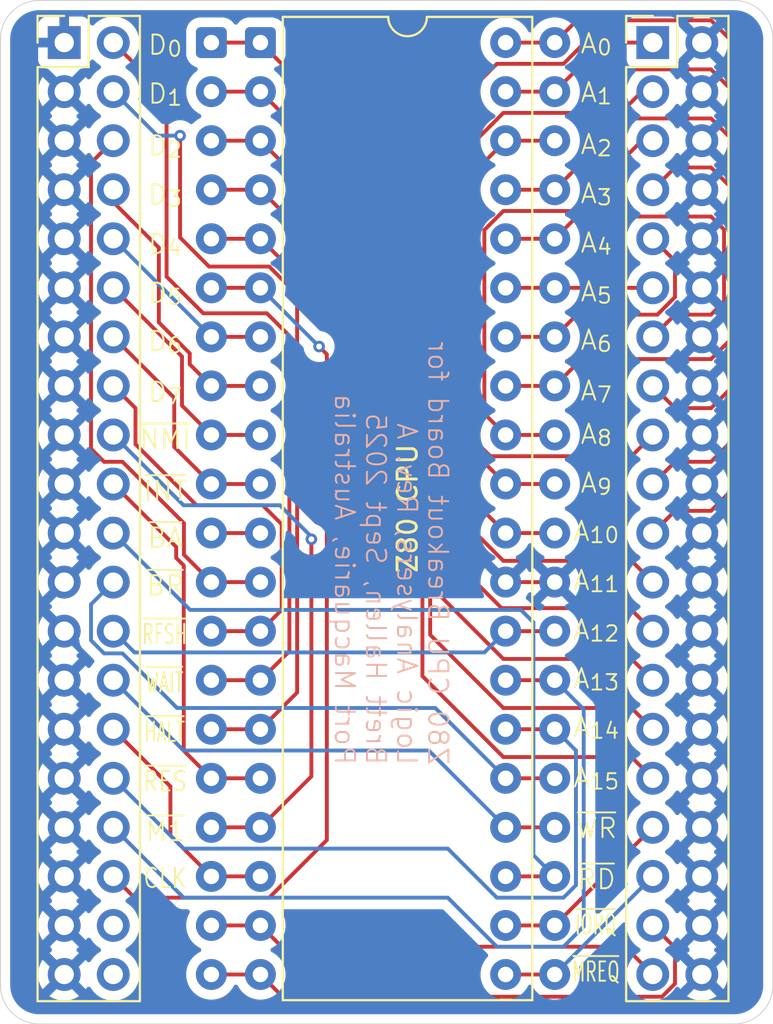
<source format=kicad_pcb>
(kicad_pcb (version 20241229) (generator "pcbnew") (generator_version "9.0")
  (title_block (title "Z80 CPU Breakout Board for Logic Analysers") (date "26/SEPT/2025") (rev "A") (company "Brett Hallen") (comment 1 "www.youtube.com/@Brfff"))
  (layers (0 "F.Cu" signal) (2 "B.Cu" signal) (13 "F.Paste" user) (15 "B.Paste" user) (5 "F.SilkS" user "F.Silkscreen") (7 "B.SilkS" user "B.Silkscreen") (1 "F.Mask" user) (3 "B.Mask" user) (25 "Edge.Cuts" user))
  (net 0 "")
  (net 1 "~{IORQ}")
  (net 2 "GND")
  (net 3 "~{WR}")
  (net 4 "A_{5}")
  (net 5 "A_{9}")
  (net 6 "A_{1}")
  (net 7 "A_{4}")
  (net 8 "~{RD}")
  (net 9 "A_{13}")
  (net 10 "A_{0}")
  (net 11 "A_{15}")
  (net 12 "A_{2}")
  (net 13 "A_{6}")
  (net 14 "A_{12}")
  (net 15 "A_{11}")
  (net 16 "A_{3}")
  (net 17 "A_{8}")
  (net 18 "A_{14}")
  (net 19 "~{MREQ}")
  (net 20 "A_{7}")
  (net 21 "A_{10}")
  (net 22 "D_{5}")
  (net 23 "~{BUSACK}")
  (net 24 "D_{0}")
  (net 25 "D_{3}")
  (net 26 "~{BUSREQ}")
  (net 27 "D_{6}")
  (net 28 "D_{2}")
  (net 29 "~{RESET}")
  (net 30 "D_{4}")
  (net 31 "V_{CC}")
  (net 32 "~{INT}")
  (net 33 "~{WAIT}")
  (net 34 "~{M1}")
  (net 35 "CLK")
  (net 36 "D_{7}")
  (net 37 "~{HALT}")
  (net 38 "~{NMI}")
  (net 39 "~{RFSH}")
  (net 40 "D_{1}")
  (footprint "Package_DIP:DIP-40_W15.24mm" (layer "F.Cu") (at 74.559 37.68195)
    (property "Reference" "U1" (hide yes))
    (property "Value" "Z80 CPU" (at 7.62 24.125 90) (layer "F.SilkS"))
    (fp_line (start 1.16 -1.33) (end 1.16 49.59) (stroke (width 0.12)) (layer "F.SilkS"))
    (fp_line (start 1.16 49.59) (end 14.08 49.59) (stroke (width 0.12)) (layer "F.SilkS"))
    (fp_line (start 6.62 -1.33) (end 1.16 -1.33) (stroke (width 0.12)) (layer "F.SilkS"))
    (fp_line (start 14.08 -1.33) (end 8.62 -1.33) (stroke (width 0.12)) (layer "F.SilkS"))
    (fp_line (start 14.08 49.59) (end 14.08 -1.33) (stroke (width 0.12)) (layer "F.SilkS"))
    (fp_arc (start 8.62 -1.33) (mid 7.62 -0.33) (end 6.62 -1.33) (stroke (width 0.12)) (layer "F.SilkS"))
    (pad "1" thru_hole roundrect (at 0 0) (size 1.6 1.6) (drill 0.8) (layers "*.Cu" "*.Mask") (roundrect_rratio 0.15625) (net 15 "A_{11}"))
    (pad "2" thru_hole circle (at 0 2.54) (size 1.6 1.6) (drill 0.8) (layers "*.Cu" "*.Mask") (net 14 "A_{12}"))
    (pad "3" thru_hole circle (at 0 5.08) (size 1.6 1.6) (drill 0.8) (layers "*.Cu" "*.Mask") (net 9 "A_{13}"))
    (pad "4" thru_hole circle (at 0 7.62) (size 1.6 1.6) (drill 0.8) (layers "*.Cu" "*.Mask") (net 18 "A_{14}"))
    (pad "5" thru_hole circle (at 0 10.16) (size 1.6 1.6) (drill 0.8) (layers "*.Cu" "*.Mask") (net 11 "A_{15}"))
    (pad "6" thru_hole circle (at 0 12.7) (size 1.6 1.6) (drill 0.8) (layers "*.Cu" "*.Mask") (net 35 "CLK"))
    (pad "7" thru_hole circle (at 0 15.24) (size 1.6 1.6) (drill 0.8) (layers "*.Cu" "*.Mask") (net 30 "D_{4}"))
    (pad "8" thru_hole circle (at 0 17.78) (size 1.6 1.6) (drill 0.8) (layers "*.Cu" "*.Mask") (net 25 "D_{3}"))
    (pad "9" thru_hole circle (at 0 20.32) (size 1.6 1.6) (drill 0.8) (layers "*.Cu" "*.Mask") (net 22 "D_{5}"))
    (pad "10" thru_hole circle (at 0 22.86) (size 1.6 1.6) (drill 0.8) (layers "*.Cu" "*.Mask") (net 27 "D_{6}"))
    (pad "11" thru_hole circle (at 0 25.4) (size 1.6 1.6) (drill 0.8) (layers "*.Cu" "*.Mask") (net 31 "V_{CC}"))
    (pad "12" thru_hole circle (at 0 27.94) (size 1.6 1.6) (drill 0.8) (layers "*.Cu" "*.Mask") (net 28 "D_{2}"))
    (pad "13" thru_hole circle (at 0 30.48) (size 1.6 1.6) (drill 0.8) (layers "*.Cu" "*.Mask") (net 36 "D_{7}"))
    (pad "14" thru_hole circle (at 0 33.02) (size 1.6 1.6) (drill 0.8) (layers "*.Cu" "*.Mask") (net 24 "D_{0}"))
    (pad "15" thru_hole circle (at 0 35.56) (size 1.6 1.6) (drill 0.8) (layers "*.Cu" "*.Mask") (net 40 "D_{1}"))
    (pad "16" thru_hole circle (at 0 38.1) (size 1.6 1.6) (drill 0.8) (layers "*.Cu" "*.Mask") (net 32 "~{INT}"))
    (pad "17" thru_hole circle (at 0 40.64) (size 1.6 1.6) (drill 0.8) (layers "*.Cu" "*.Mask") (net 38 "~{NMI}"))
    (pad "18" thru_hole circle (at 0 43.18) (size 1.6 1.6) (drill 0.8) (layers "*.Cu" "*.Mask") (net 37 "~{HALT}"))
    (pad "19" thru_hole circle (at 0 45.72) (size 1.6 1.6) (drill 0.8) (layers "*.Cu" "*.Mask") (net 19 "~{MREQ}"))
    (pad "20" thru_hole circle (at 0 48.26) (size 1.6 1.6) (drill 0.8) (layers "*.Cu" "*.Mask") (net 1 "~{IORQ}"))
    (pad "21" thru_hole circle (at 15.24 48.26) (size 1.6 1.6) (drill 0.8) (layers "*.Cu" "*.Mask") (net 8 "~{RD}"))
    (pad "22" thru_hole circle (at 15.24 45.72) (size 1.6 1.6) (drill 0.8) (layers "*.Cu" "*.Mask") (net 3 "~{WR}"))
    (pad "23" thru_hole circle (at 15.24 43.18) (size 1.6 1.6) (drill 0.8) (layers "*.Cu" "*.Mask") (net 23 "~{BUSACK}"))
    (pad "24" thru_hole circle (at 15.24 40.64) (size 1.6 1.6) (drill 0.8) (layers "*.Cu" "*.Mask") (net 33 "~{WAIT}"))
    (pad "25" thru_hole circle (at 15.24 38.1) (size 1.6 1.6) (drill 0.8) (layers "*.Cu" "*.Mask") (net 26 "~{BUSREQ}"))
    (pad "26" thru_hole circle (at 15.24 35.56) (size 1.6 1.6) (drill 0.8) (layers "*.Cu" "*.Mask") (net 29 "~{RESET}"))
    (pad "27" thru_hole circle (at 15.24 33.02) (size 1.6 1.6) (drill 0.8) (layers "*.Cu" "*.Mask") (net 34 "~{M1}"))
    (pad "28" thru_hole circle (at 15.24 30.48) (size 1.6 1.6) (drill 0.8) (layers "*.Cu" "*.Mask") (net 39 "~{RFSH}"))
    (pad "29" thru_hole circle (at 15.24 27.94) (size 1.6 1.6) (drill 0.8) (layers "*.Cu" "*.Mask") (net 2 "GND"))
    (pad "30" thru_hole circle (at 15.24 25.4) (size 1.6 1.6) (drill 0.8) (layers "*.Cu" "*.Mask") (net 10 "A_{0}"))
    (pad "31" thru_hole circle (at 15.24 22.86) (size 1.6 1.6) (drill 0.8) (layers "*.Cu" "*.Mask") (net 6 "A_{1}"))
    (pad "32" thru_hole circle (at 15.24 20.32) (size 1.6 1.6) (drill 0.8) (layers "*.Cu" "*.Mask") (net 12 "A_{2}"))
    (pad "33" thru_hole circle (at 15.24 17.78) (size 1.6 1.6) (drill 0.8) (layers "*.Cu" "*.Mask") (net 16 "A_{3}"))
    (pad "34" thru_hole circle (at 15.24 15.24) (size 1.6 1.6) (drill 0.8) (layers "*.Cu" "*.Mask") (net 7 "A_{4}"))
    (pad "35" thru_hole circle (at 15.24 12.7) (size 1.6 1.6) (drill 0.8) (layers "*.Cu" "*.Mask") (net 4 "A_{5}"))
    (pad "36" thru_hole circle (at 15.24 10.16) (size 1.6 1.6) (drill 0.8) (layers "*.Cu" "*.Mask") (net 13 "A_{6}"))
    (pad "37" thru_hole circle (at 15.24 7.62) (size 1.6 1.6) (drill 0.8) (layers "*.Cu" "*.Mask") (net 20 "A_{7}"))
    (pad "38" thru_hole circle (at 15.24 5.08) (size 1.6 1.6) (drill 0.8) (layers "*.Cu" "*.Mask") (net 17 "A_{8}"))
    (pad "39" thru_hole circle (at 15.24 2.54) (size 1.6 1.6) (drill 0.8) (layers "*.Cu" "*.Mask") (net 5 "A_{9}"))
    (pad "40" thru_hole circle (at 15.24 0) (size 1.6 1.6) (drill 0.8) (layers "*.Cu" "*.Mask") (net 21 "A_{10}"))
  )
  (footprint "Package_DIP:DIP-40_W15.24mm" (layer "F.Cu") (at 72.019 37.68195)
    (property "Reference" "J2" (hide yes))
    (property "Value" "Z80 Socket" (hide yes))
    (pad "1" thru_hole roundrect (at 0 0) (size 1.6 1.6) (drill 0.8) (layers "*.Cu" "*.Mask") (roundrect_rratio 0.15625) (net 15 "A_{11}"))
    (pad "2" thru_hole circle (at 0 2.54) (size 1.6 1.6) (drill 0.8) (layers "*.Cu" "*.Mask") (net 14 "A_{12}"))
    (pad "3" thru_hole circle (at 0 5.08) (size 1.6 1.6) (drill 0.8) (layers "*.Cu" "*.Mask") (net 9 "A_{13}"))
    (pad "4" thru_hole circle (at 0 7.62) (size 1.6 1.6) (drill 0.8) (layers "*.Cu" "*.Mask") (net 18 "A_{14}"))
    (pad "5" thru_hole circle (at 0 10.16) (size 1.6 1.6) (drill 0.8) (layers "*.Cu" "*.Mask") (net 11 "A_{15}"))
    (pad "6" thru_hole circle (at 0 12.7) (size 1.6 1.6) (drill 0.8) (layers "*.Cu" "*.Mask") (net 35 "CLK"))
    (pad "7" thru_hole circle (at 0 15.24) (size 1.6 1.6) (drill 0.8) (layers "*.Cu" "*.Mask") (net 30 "D_{4}"))
    (pad "8" thru_hole circle (at 0 17.78) (size 1.6 1.6) (drill 0.8) (layers "*.Cu" "*.Mask") (net 25 "D_{3}"))
    (pad "9" thru_hole circle (at 0 20.32) (size 1.6 1.6) (drill 0.8) (layers "*.Cu" "*.Mask") (net 22 "D_{5}"))
    (pad "10" thru_hole circle (at 0 22.86) (size 1.6 1.6) (drill 0.8) (layers "*.Cu" "*.Mask") (net 27 "D_{6}"))
    (pad "11" thru_hole circle (at 0 25.4) (size 1.6 1.6) (drill 0.8) (layers "*.Cu" "*.Mask") (net 31 "V_{CC}"))
    (pad "12" thru_hole circle (at 0 27.94) (size 1.6 1.6) (drill 0.8) (layers "*.Cu" "*.Mask") (net 28 "D_{2}"))
    (pad "13" thru_hole circle (at 0 30.48) (size 1.6 1.6) (drill 0.8) (layers "*.Cu" "*.Mask") (net 36 "D_{7}"))
    (pad "14" thru_hole circle (at 0 33.02) (size 1.6 1.6) (drill 0.8) (layers "*.Cu" "*.Mask") (net 24 "D_{0}"))
    (pad "15" thru_hole circle (at 0 35.56) (size 1.6 1.6) (drill 0.8) (layers "*.Cu" "*.Mask") (net 40 "D_{1}"))
    (pad "16" thru_hole circle (at 0 38.1) (size 1.6 1.6) (drill 0.8) (layers "*.Cu" "*.Mask") (net 32 "~{INT}"))
    (pad "17" thru_hole circle (at 0 40.64) (size 1.6 1.6) (drill 0.8) (layers "*.Cu" "*.Mask") (net 38 "~{NMI}"))
    (pad "18" thru_hole circle (at 0 43.18) (size 1.6 1.6) (drill 0.8) (layers "*.Cu" "*.Mask") (net 37 "~{HALT}"))
    (pad "19" thru_hole circle (at 0 45.72) (size 1.6 1.6) (drill 0.8) (layers "*.Cu" "*.Mask") (net 19 "~{MREQ}"))
    (pad "20" thru_hole circle (at 0 48.26) (size 1.6 1.6) (drill 0.8) (layers "*.Cu" "*.Mask") (net 1 "~{IORQ}"))
    (pad "21" thru_hole circle (at 15.24 48.26) (size 1.6 1.6) (drill 0.8) (layers "*.Cu" "*.Mask") (net 8 "~{RD}"))
    (pad "22" thru_hole circle (at 15.24 45.72) (size 1.6 1.6) (drill 0.8) (layers "*.Cu" "*.Mask") (net 3 "~{WR}"))
    (pad "23" thru_hole circle (at 15.24 43.18) (size 1.6 1.6) (drill 0.8) (layers "*.Cu" "*.Mask") (net 23 "~{BUSACK}"))
    (pad "24" thru_hole circle (at 15.24 40.64) (size 1.6 1.6) (drill 0.8) (layers "*.Cu" "*.Mask") (net 33 "~{WAIT}"))
    (pad "25" thru_hole circle (at 15.24 38.1) (size 1.6 1.6) (drill 0.8) (layers "*.Cu" "*.Mask") (net 26 "~{BUSREQ}"))
    (pad "26" thru_hole circle (at 15.24 35.56) (size 1.6 1.6) (drill 0.8) (layers "*.Cu" "*.Mask") (net 29 "~{RESET}"))
    (pad "27" thru_hole circle (at 15.24 33.02) (size 1.6 1.6) (drill 0.8) (layers "*.Cu" "*.Mask") (net 34 "~{M1}"))
    (pad "28" thru_hole circle (at 15.24 30.48) (size 1.6 1.6) (drill 0.8) (layers "*.Cu" "*.Mask") (net 39 "~{RFSH}"))
    (pad "29" thru_hole circle (at 15.24 27.94) (size 1.6 1.6) (drill 0.8) (layers "*.Cu" "*.Mask") (net 2 "GND"))
    (pad "30" thru_hole circle (at 15.24 25.4) (size 1.6 1.6) (drill 0.8) (layers "*.Cu" "*.Mask") (net 10 "A_{0}"))
    (pad "31" thru_hole circle (at 15.24 22.86) (size 1.6 1.6) (drill 0.8) (layers "*.Cu" "*.Mask") (net 6 "A_{1}"))
    (pad "32" thru_hole circle (at 15.24 20.32) (size 1.6 1.6) (drill 0.8) (layers "*.Cu" "*.Mask") (net 12 "A_{2}"))
    (pad "33" thru_hole circle (at 15.24 17.78) (size 1.6 1.6) (drill 0.8) (layers "*.Cu" "*.Mask") (net 16 "A_{3}"))
    (pad "34" thru_hole circle (at 15.24 15.24) (size 1.6 1.6) (drill 0.8) (layers "*.Cu" "*.Mask") (net 7 "A_{4}"))
    (pad "35" thru_hole circle (at 15.24 12.7) (size 1.6 1.6) (drill 0.8) (layers "*.Cu" "*.Mask") (net 4 "A_{5}"))
    (pad "36" thru_hole circle (at 15.24 10.16) (size 1.6 1.6) (drill 0.8) (layers "*.Cu" "*.Mask") (net 13 "A_{6}"))
    (pad "37" thru_hole circle (at 15.24 7.62) (size 1.6 1.6) (drill 0.8) (layers "*.Cu" "*.Mask") (net 20 "A_{7}"))
    (pad "38" thru_hole circle (at 15.24 5.08) (size 1.6 1.6) (drill 0.8) (layers "*.Cu" "*.Mask") (net 17 "A_{8}"))
    (pad "39" thru_hole circle (at 15.24 2.54) (size 1.6 1.6) (drill 0.8) (layers "*.Cu" "*.Mask") (net 5 "A_{9}"))
    (pad "40" thru_hole circle (at 15.24 0) (size 1.6 1.6) (drill 0.8) (layers "*.Cu" "*.Mask") (net 21 "A_{10}"))
  )
  (footprint "Connector_PinHeader_2.54mm:PinHeader_2x20_P2.54mm_Vertical" (layer "F.Cu") (at 64.399 37.68195)
    (property "Reference" "J3" (hide yes))
    (property "Value" "Logic Analyser #2" (hide yes))
    (fp_line (start -1.38 -1.38) (end 0 -1.38) (stroke (width 0.12)) (layer "F.SilkS"))
    (fp_line (start -1.38 0) (end -1.38 -1.38) (stroke (width 0.12)) (layer "F.SilkS"))
    (fp_line (start -1.38 1.27) (end -1.38 49.64) (stroke (width 0.12)) (layer "F.SilkS"))
    (fp_line (start -1.38 1.27) (end 1.27 1.27) (stroke (width 0.12)) (layer "F.SilkS"))
    (fp_line (start -1.38 49.64) (end 3.92 49.64) (stroke (width 0.12)) (layer "F.SilkS"))
    (fp_line (start 1.27 -1.38) (end 3.92 -1.38) (stroke (width 0.12)) (layer "F.SilkS"))
    (fp_line (start 1.27 1.27) (end 1.27 -1.38) (stroke (width 0.12)) (layer "F.SilkS"))
    (fp_line (start 3.92 -1.38) (end 3.92 49.64) (stroke (width 0.12)) (layer "F.SilkS"))
    (pad "1" thru_hole rect (at 0 0) (size 1.7 1.7) (drill 1) (layers "*.Cu" "*.Mask") (net 2 "GND"))
    (pad "2" thru_hole circle (at 2.54 0) (size 1.7 1.7) (drill 1) (layers "*.Cu" "*.Mask") (net 24 "D_{0}"))
    (pad "3" thru_hole circle (at 0 2.54) (size 1.7 1.7) (drill 1) (layers "*.Cu" "*.Mask") (net 2 "GND"))
    (pad "4" thru_hole circle (at 2.54 2.54) (size 1.7 1.7) (drill 1) (layers "*.Cu" "*.Mask") (net 40 "D_{1}"))
    (pad "5" thru_hole circle (at 0 5.08) (size 1.7 1.7) (drill 1) (layers "*.Cu" "*.Mask") (net 2 "GND"))
    (pad "6" thru_hole circle (at 2.54 5.08) (size 1.7 1.7) (drill 1) (layers "*.Cu" "*.Mask") (net 28 "D_{2}"))
    (pad "7" thru_hole circle (at 0 7.62) (size 1.7 1.7) (drill 1) (layers "*.Cu" "*.Mask") (net 2 "GND"))
    (pad "8" thru_hole circle (at 2.54 7.62) (size 1.7 1.7) (drill 1) (layers "*.Cu" "*.Mask") (net 25 "D_{3}"))
    (pad "9" thru_hole circle (at 0 10.16) (size 1.7 1.7) (drill 1) (layers "*.Cu" "*.Mask") (net 2 "GND"))
    (pad "10" thru_hole circle (at 2.54 10.16) (size 1.7 1.7) (drill 1) (layers "*.Cu" "*.Mask") (net 30 "D_{4}"))
    (pad "11" thru_hole circle (at 0 12.7) (size 1.7 1.7) (drill 1) (layers "*.Cu" "*.Mask") (net 2 "GND"))
    (pad "12" thru_hole circle (at 2.54 12.7) (size 1.7 1.7) (drill 1) (layers "*.Cu" "*.Mask") (net 22 "D_{5}"))
    (pad "13" thru_hole circle (at 0 15.24) (size 1.7 1.7) (drill 1) (layers "*.Cu" "*.Mask") (net 2 "GND"))
    (pad "14" thru_hole circle (at 2.54 15.24) (size 1.7 1.7) (drill 1) (layers "*.Cu" "*.Mask") (net 27 "D_{6}"))
    (pad "15" thru_hole circle (at 0 17.78) (size 1.7 1.7) (drill 1) (layers "*.Cu" "*.Mask") (net 2 "GND"))
    (pad "16" thru_hole circle (at 2.54 17.78) (size 1.7 1.7) (drill 1) (layers "*.Cu" "*.Mask") (net 36 "D_{7}"))
    (pad "17" thru_hole circle (at 0 20.32) (size 1.7 1.7) (drill 1) (layers "*.Cu" "*.Mask") (net 2 "GND"))
    (pad "18" thru_hole circle (at 2.54 20.32) (size 1.7 1.7) (drill 1) (layers "*.Cu" "*.Mask") (net 38 "~{NMI}"))
    (pad "19" thru_hole circle (at 0 22.86) (size 1.7 1.7) (drill 1) (layers "*.Cu" "*.Mask") (net 2 "GND"))
    (pad "20" thru_hole circle (at 2.54 22.86) (size 1.7 1.7) (drill 1) (layers "*.Cu" "*.Mask") (net 32 "~{INT}"))
    (pad "21" thru_hole circle (at 0 25.4) (size 1.7 1.7) (drill 1) (layers "*.Cu" "*.Mask") (net 2 "GND"))
    (pad "22" thru_hole circle (at 2.54 25.4) (size 1.7 1.7) (drill 1) (layers "*.Cu" "*.Mask") (net 23 "~{BUSACK}"))
    (pad "23" thru_hole circle (at 0 27.94) (size 1.7 1.7) (drill 1) (layers "*.Cu" "*.Mask") (net 2 "GND"))
    (pad "24" thru_hole circle (at 2.54 27.94) (size 1.7 1.7) (drill 1) (layers "*.Cu" "*.Mask") (net 26 "~{BUSREQ}"))
    (pad "25" thru_hole circle (at 0 30.48) (size 1.7 1.7) (drill 1) (layers "*.Cu" "*.Mask") (net 2 "GND"))
    (pad "26" thru_hole circle (at 2.54 30.48) (size 1.7 1.7) (drill 1) (layers "*.Cu" "*.Mask") (net 39 "~{RFSH}"))
    (pad "27" thru_hole circle (at 0 33.02) (size 1.7 1.7) (drill 1) (layers "*.Cu" "*.Mask") (net 2 "GND"))
    (pad "28" thru_hole circle (at 2.54 33.02) (size 1.7 1.7) (drill 1) (layers "*.Cu" "*.Mask") (net 33 "~{WAIT}"))
    (pad "29" thru_hole circle (at 0 35.56) (size 1.7 1.7) (drill 1) (layers "*.Cu" "*.Mask") (net 2 "GND"))
    (pad "30" thru_hole circle (at 2.54 35.56) (size 1.7 1.7) (drill 1) (layers "*.Cu" "*.Mask") (net 37 "~{HALT}"))
    (pad "31" thru_hole circle (at 0 38.1) (size 1.7 1.7) (drill 1) (layers "*.Cu" "*.Mask") (net 2 "GND"))
    (pad "32" thru_hole circle (at 2.54 38.1) (size 1.7 1.7) (drill 1) (layers "*.Cu" "*.Mask") (net 29 "~{RESET}"))
    (pad "33" thru_hole circle (at 0 40.64) (size 1.7 1.7) (drill 1) (layers "*.Cu" "*.Mask") (net 2 "GND"))
    (pad "34" thru_hole circle (at 2.54 40.64) (size 1.7 1.7) (drill 1) (layers "*.Cu" "*.Mask") (net 34 "~{M1}"))
    (pad "35" thru_hole circle (at 0 43.18) (size 1.7 1.7) (drill 1) (layers "*.Cu" "*.Mask") (net 2 "GND"))
    (pad "36" thru_hole circle (at 2.54 43.18) (size 1.7 1.7) (drill 1) (layers "*.Cu" "*.Mask") (net 35 "CLK"))
    (pad "37" thru_hole circle (at 0 45.72) (size 1.7 1.7) (drill 1) (layers "*.Cu" "*.Mask") (net 2 "GND"))
    (pad "38" thru_hole circle (at 2.54 45.72) (size 1.7 1.7) (drill 1) (layers "*.Cu" "*.Mask"))
    (pad "39" thru_hole circle (at 0 48.26) (size 1.7 1.7) (drill 1) (layers "*.Cu" "*.Mask") (net 2 "GND"))
    (pad "40" thru_hole circle (at 2.54 48.26) (size 1.7 1.7) (drill 1) (layers "*.Cu" "*.Mask"))
  )
  (footprint "Connector_PinHeader_2.54mm:PinHeader_2x20_P2.54mm_Vertical" (layer "F.Cu") (at 94.879 37.68195)
    (property "Reference" "J1" (hide yes))
    (property "Value" "Logic Analyser #1" (hide yes))
    (fp_line (start -1.38 -1.38) (end 0 -1.38) (stroke (width 0.12)) (layer "F.SilkS"))
    (fp_line (start -1.38 0) (end -1.38 -1.38) (stroke (width 0.12)) (layer "F.SilkS"))
    (fp_line (start -1.38 1.27) (end -1.38 49.64) (stroke (width 0.12)) (layer "F.SilkS"))
    (fp_line (start -1.38 1.27) (end 1.27 1.27) (stroke (width 0.12)) (layer "F.SilkS"))
    (fp_line (start -1.38 49.64) (end 3.92 49.64) (stroke (width 0.12)) (layer "F.SilkS"))
    (fp_line (start 1.27 -1.38) (end 3.92 -1.38) (stroke (width 0.12)) (layer "F.SilkS"))
    (fp_line (start 1.27 1.27) (end 1.27 -1.38) (stroke (width 0.12)) (layer "F.SilkS"))
    (fp_line (start 3.92 -1.38) (end 3.92 49.64) (stroke (width 0.12)) (layer "F.SilkS"))
    (pad "1" thru_hole rect (at 0 0) (size 1.7 1.7) (drill 1) (layers "*.Cu" "*.Mask") (net 10 "A_{0}"))
    (pad "2" thru_hole circle (at 2.54 0) (size 1.7 1.7) (drill 1) (layers "*.Cu" "*.Mask") (net 2 "GND"))
    (pad "3" thru_hole circle (at 0 2.54) (size 1.7 1.7) (drill 1) (layers "*.Cu" "*.Mask") (net 6 "A_{1}"))
    (pad "4" thru_hole circle (at 2.54 2.54) (size 1.7 1.7) (drill 1) (layers "*.Cu" "*.Mask") (net 2 "GND"))
    (pad "5" thru_hole circle (at 0 5.08) (size 1.7 1.7) (drill 1) (layers "*.Cu" "*.Mask") (net 12 "A_{2}"))
    (pad "6" thru_hole circle (at 2.54 5.08) (size 1.7 1.7) (drill 1) (layers "*.Cu" "*.Mask") (net 2 "GND"))
    (pad "7" thru_hole circle (at 0 7.62) (size 1.7 1.7) (drill 1) (layers "*.Cu" "*.Mask") (net 16 "A_{3}"))
    (pad "8" thru_hole circle (at 2.54 7.62) (size 1.7 1.7) (drill 1) (layers "*.Cu" "*.Mask") (net 2 "GND"))
    (pad "9" thru_hole circle (at 0 10.16) (size 1.7 1.7) (drill 1) (layers "*.Cu" "*.Mask") (net 7 "A_{4}"))
    (pad "10" thru_hole circle (at 2.54 10.16) (size 1.7 1.7) (drill 1) (layers "*.Cu" "*.Mask") (net 2 "GND"))
    (pad "11" thru_hole circle (at 0 12.7) (size 1.7 1.7) (drill 1) (layers "*.Cu" "*.Mask") (net 4 "A_{5}"))
    (pad "12" thru_hole circle (at 2.54 12.7) (size 1.7 1.7) (drill 1) (layers "*.Cu" "*.Mask") (net 2 "GND"))
    (pad "13" thru_hole circle (at 0 15.24) (size 1.7 1.7) (drill 1) (layers "*.Cu" "*.Mask") (net 13 "A_{6}"))
    (pad "14" thru_hole circle (at 2.54 15.24) (size 1.7 1.7) (drill 1) (layers "*.Cu" "*.Mask") (net 2 "GND"))
    (pad "15" thru_hole circle (at 0 17.78) (size 1.7 1.7) (drill 1) (layers "*.Cu" "*.Mask") (net 20 "A_{7}"))
    (pad "16" thru_hole circle (at 2.54 17.78) (size 1.7 1.7) (drill 1) (layers "*.Cu" "*.Mask") (net 2 "GND"))
    (pad "17" thru_hole circle (at 0 20.32) (size 1.7 1.7) (drill 1) (layers "*.Cu" "*.Mask") (net 17 "A_{8}"))
    (pad "18" thru_hole circle (at 2.54 20.32) (size 1.7 1.7) (drill 1) (layers "*.Cu" "*.Mask") (net 2 "GND"))
    (pad "19" thru_hole circle (at 0 22.86) (size 1.7 1.7) (drill 1) (layers "*.Cu" "*.Mask") (net 5 "A_{9}"))
    (pad "20" thru_hole circle (at 2.54 22.86) (size 1.7 1.7) (drill 1) (layers "*.Cu" "*.Mask") (net 2 "GND"))
    (pad "21" thru_hole circle (at 0 25.4) (size 1.7 1.7) (drill 1) (layers "*.Cu" "*.Mask") (net 21 "A_{10}"))
    (pad "22" thru_hole circle (at 2.54 25.4) (size 1.7 1.7) (drill 1) (layers "*.Cu" "*.Mask") (net 2 "GND"))
    (pad "23" thru_hole circle (at 0 27.94) (size 1.7 1.7) (drill 1) (layers "*.Cu" "*.Mask") (net 15 "A_{11}"))
    (pad "24" thru_hole circle (at 2.54 27.94) (size 1.7 1.7) (drill 1) (layers "*.Cu" "*.Mask") (net 2 "GND"))
    (pad "25" thru_hole circle (at 0 30.48) (size 1.7 1.7) (drill 1) (layers "*.Cu" "*.Mask") (net 14 "A_{12}"))
    (pad "26" thru_hole circle (at 2.54 30.48) (size 1.7 1.7) (drill 1) (layers "*.Cu" "*.Mask") (net 2 "GND"))
    (pad "27" thru_hole circle (at 0 33.02) (size 1.7 1.7) (drill 1) (layers "*.Cu" "*.Mask") (net 9 "A_{13}"))
    (pad "28" thru_hole circle (at 2.54 33.02) (size 1.7 1.7) (drill 1) (layers "*.Cu" "*.Mask") (net 2 "GND"))
    (pad "29" thru_hole circle (at 0 35.56) (size 1.7 1.7) (drill 1) (layers "*.Cu" "*.Mask") (net 18 "A_{14}"))
    (pad "30" thru_hole circle (at 2.54 35.56) (size 1.7 1.7) (drill 1) (layers "*.Cu" "*.Mask") (net 2 "GND"))
    (pad "31" thru_hole circle (at 0 38.1) (size 1.7 1.7) (drill 1) (layers "*.Cu" "*.Mask") (net 11 "A_{15}"))
    (pad "32" thru_hole circle (at 2.54 38.1) (size 1.7 1.7) (drill 1) (layers "*.Cu" "*.Mask") (net 2 "GND"))
    (pad "33" thru_hole circle (at 0 40.64) (size 1.7 1.7) (drill 1) (layers "*.Cu" "*.Mask") (net 3 "~{WR}"))
    (pad "34" thru_hole circle (at 2.54 40.64) (size 1.7 1.7) (drill 1) (layers "*.Cu" "*.Mask") (net 2 "GND"))
    (pad "35" thru_hole circle (at 0 43.18) (size 1.7 1.7) (drill 1) (layers "*.Cu" "*.Mask") (net 8 "~{RD}"))
    (pad "36" thru_hole circle (at 2.54 43.18) (size 1.7 1.7) (drill 1) (layers "*.Cu" "*.Mask") (net 2 "GND"))
    (pad "37" thru_hole circle (at 0 45.72) (size 1.7 1.7) (drill 1) (layers "*.Cu" "*.Mask") (net 1 "~{IORQ}"))
    (pad "38" thru_hole circle (at 2.54 45.72) (size 1.7 1.7) (drill 1) (layers "*.Cu" "*.Mask") (net 2 "GND"))
    (pad "39" thru_hole circle (at 0 48.26) (size 1.7 1.7) (drill 1) (layers "*.Cu" "*.Mask") (net 19 "~{MREQ}"))
    (pad "40" thru_hole circle (at 2.54 48.26) (size 1.7 1.7) (drill 1) (layers "*.Cu" "*.Mask") (net 2 "GND"))
  )
  (gr_line (start 63.099 35.50195) (end 99.099 35.50195) (stroke (width 0.05)) (layer "Edge.Cuts"))
  (gr_arc (start 99.099 35.50195) (mid 100.513214 36.087736) (end 101.099 37.50195) (stroke (width 0.05)) (layer "Edge.Cuts"))
  (gr_arc (start 63.099 88.50195) (mid 61.684786 87.916164) (end 61.099 86.50195) (stroke (width 0.05)) (layer "Edge.Cuts"))
  (gr_line (start 101.099 37.50195) (end 101.099 86.50195) (stroke (width 0.05)) (layer "Edge.Cuts"))
  (gr_arc (start 61.099 37.50195) (mid 61.684786 36.087736) (end 63.099 35.50195) (stroke (width 0.05)) (layer "Edge.Cuts"))
  (gr_arc (start 101.099 86.50195) (mid 100.513214 87.916164) (end 99.099 88.50195) (stroke (width 0.05)) (layer "Edge.Cuts"))
  (gr_line (start 99.099 88.50195) (end 63.099 88.50195) (stroke (width 0.05)) (layer "Edge.Cuts"))
  (gr_line (start 61.099 86.50195) (end 61.099 37.50195) (stroke (width 0.05)) (layer "Edge.Cuts"))
  (gr_text "D_{1}" (at 68.670905 40.92195 0) (layer "F.SilkS") (effects (font (size 1 1) (thickness 0.1)) (justify left bottom)))
  (gr_text "A_{2}" (at 91.070904 43.54195 0) (layer "F.SilkS") (effects (font (size 1 1) (thickness 0.1)) (justify left bottom)))
  (gr_text "A_{15}" (at 90.689952 76.33195 0) (layer "F.SilkS") (effects (font (size 1 1) (thickness 0.1)) (justify left bottom)))
  (gr_text "~{M1}" (at 68.524238 79.11195 0) (layer "F.SilkS") (effects (font (size 1 1) (thickness 0.1)) (justify left bottom)))
  (gr_text "~{NMI}" (at 68.238524 58.81195 0) (layer "F.SilkS") (effects (font (size 1 1) (thickness 0.1)) (justify left bottom)))
  (gr_text "~{WAIT}" (at 68.560429 71.41195 0) (layer "F.SilkS") (effects (font (size 1 0.6) (thickness 0.1)) (justify left bottom)))
  (gr_text "~{WR}" (at 90.829 78.95195 0) (layer "F.SilkS") (effects (font (size 1 1) (thickness 0.1)) (justify left bottom)))
  (gr_text "CLK" (at 68.428048 81.54195 0) (layer "F.SilkS") (effects (font (size 1 0.8) (thickness 0.1)) (justify left bottom)))
  (gr_text "A_{12}" (at 90.689952 68.67195 0) (layer "F.SilkS") (effects (font (size 1 1) (thickness 0.1)) (justify left bottom)))
  (gr_text "D_{4}" (at 68.670905 48.71195 0) (layer "F.SilkS") (effects (font (size 1 1) (thickness 0.1)) (justify left bottom)))
  (gr_text "A_{9}" (at 91.070904 61.075293 0) (layer "F.SilkS") (effects (font (size 1 1) (thickness 0.1)) (justify left bottom)))
  (gr_text "A_{5}" (at 91.070904 51.17195 0) (layer "F.SilkS") (effects (font (size 1 1) (thickness 0.1)) (justify left bottom)))
  (gr_text "A_{7}" (at 91.070904 56.30195 0) (layer "F.SilkS") (effects (font (size 1 1) (thickness 0.1)) (justify left bottom)))
  (gr_text "A_{10}" (at 90.689952 63.57195 0) (layer "F.SilkS") (effects (font (size 1 1) (thickness 0.1)) (justify left bottom)))
  (gr_text "D_{7}" (at 68.670905 56.37195 0) (layer "F.SilkS") (effects (font (size 1 1) (thickness 0.1)) (justify left bottom)))
  (gr_text "A_{8}" (at 91.070904 58.545293 0) (layer "F.SilkS") (effects (font (size 1 1) (thickness 0.1)) (justify left bottom)))
  (gr_text "D_{0}" (at 68.670905 38.39195 0) (layer "F.SilkS") (effects (font (size 1 1) (thickness 0.1)) (justify left bottom)))
  (gr_text "A_{14}" (at 90.689952 73.70195 0) (layer "F.SilkS") (effects (font (size 1 1) (thickness 0.1)) (justify left bottom)))
  (gr_text "A_{0}" (at 91.070904 38.32195 0) (layer "F.SilkS") (effects (font (size 1 1) (thickness 0.1)) (justify left bottom)))
  (gr_text "~{RES}" (at 68.409 76.53195 0) (layer "F.SilkS") (effects (font (size 1 0.8) (thickness 0.1)) (justify left bottom)))
  (gr_text "A_{6}" (at 91.070904 53.67195 0) (layer "F.SilkS") (effects (font (size 1 1) (thickness 0.1)) (justify left bottom)))
  (gr_text "A_{13}" (at 90.689952 71.20195 0) (layer "F.SilkS") (effects (font (size 1 1) (thickness 0.1)) (justify left bottom)))
  (gr_text "D_{6}" (at 68.670905 53.74195 0) (layer "F.SilkS") (effects (font (size 1 1) (thickness 0.1)) (justify left bottom)))
  (gr_text "~{HALT}" (at 68.489 73.97195 0) (layer "F.SilkS") (effects (font (size 1 0.6) (thickness 0.1)) (justify left bottom)))
  (gr_text "~{MREQ}" (at 90.631857 86.39195 0) (layer "F.SilkS") (effects (font (size 1 0.6) (thickness 0.1)) (justify left bottom)))
  (gr_text "~{INT}" (at 68.429 61.49195 0) (layer "F.SilkS") (effects (font (size 1 1) (thickness 0.1)) (justify left bottom)))
  (gr_text "D_{5}" (at 68.670905 51.24195 0) (layer "F.SilkS") (effects (font (size 1 1) (thickness 0.1)) (justify left bottom)))
  (gr_text "D_{3}" (at 68.670905 46.15195 0) (layer "F.SilkS") (effects (font (size 1 1) (thickness 0.1)) (justify left bottom)))
  (gr_text "~{RFSH}" (at 68.374714 68.91195 0) (layer "F.SilkS") (effects (font (size 1 0.6) (thickness 0.1)) (justify left bottom)))
  (gr_text "~{RD}" (at 90.900428 81.60195 0) (layer "F.SilkS") (effects (font (size 1 1) (thickness 0.1)) (justify left bottom)))
  (gr_text "A_{11}" (at 90.689952 66.11195 0) (layer "F.SilkS") (effects (font (size 1 1) (thickness 0.1)) (justify left bottom)))
  (gr_text "~{IORQ}" (at 90.789 83.95195 0) (layer "F.SilkS") (effects (font (size 1 0.6) (thickness 0.1)) (justify left bottom)))
  (gr_text "~{BR}" (at 68.571857 66.39195 0) (layer "F.SilkS") (effects (font (size 1 1) (thickness 0.1)) (justify left bottom)))
  (gr_text "~{BA}" (at 68.643286 63.92195 0) (layer "F.SilkS") (effects (font (size 1 1) (thickness 0.1)) (justify left bottom)))
  (gr_text "A_{1}" (at 91.070904 40.85195 0) (layer "F.SilkS") (effects (font (size 1 1) (thickness 0.1)) (justify left bottom)))
  (gr_text "A_{4}" (at 91.070904 48.64195 0) (layer "F.SilkS") (effects (font (size 1 1) (thickness 0.1)) (justify left bottom)))
  (gr_text "A_{3}" (at 91.070904 46.08195 0) (layer "F.SilkS") (effects (font (size 1 1) (thickness 0.1)) (justify left bottom)))
  (gr_text "D_{2}" (at 68.670905 43.61195 0) (layer "F.SilkS") (effects (font (size 1 1) (thickness 0.1)) (justify left bottom)))
  (gr_text "Z80 CPU Breakout Board for\nLogic Analysers, Rev. A\nBrett Hallen, Sept 2025\nPort Macquarie, Australia" (at 78.339 75.16195 270) (layer "B.SilkS") (effects (font (size 1 1) (thickness 0.1)) (justify left bottom mirror)))
  (segment (start 74.559 85.94195) (end 75.71 87.09295) (width 0.2) (layer "F.Cu") (net 1))
  (segment (start 72.019 85.94195) (end 74.559 85.94195) (width 0.2) (layer "F.Cu") (net 1))
  (segment (start 96.03 84.55295) (end 94.879 83.40195) (width 0.2) (layer "F.Cu") (net 1))
  (segment (start 75.71 87.09295) (end 95.35576 87.09295) (width 0.2) (layer "F.Cu") (net 1))
  (segment (start 95.35576 87.09295) (end 96.03 86.41871) (width 0.2) (layer "F.Cu") (net 1))
  (segment (start 96.03 86.41871) (end 96.03 84.55295) (width 0.2) (layer "F.Cu") (net 1))
  (segment (start 87.259 65.62195) (end 89.799 65.62195) (width 0.2) (layer "F.Cu") (net 2))
  (segment (start 89.799 83.40195) (end 94.879 78.32195) (width 0.2) (layer "F.Cu") (net 3))
  (segment (start 87.259 83.40195) (end 89.799 83.40195) (width 0.2) (layer "F.Cu") (net 3))
  (segment (start 89.799 50.38195) (end 94.879 50.38195) (width 0.2) (layer "F.Cu") (net 4))
  (segment (start 87.259 50.38195) (end 89.799 50.38195) (width 0.2) (layer "F.Cu") (net 4))
  (segment (start 99.773 57.51371) (end 97.89576 59.39095) (width 0.2) (layer "F.Cu") (net 5))
  (segment (start 97.89576 59.39095) (end 96.03 59.39095) (width 0.2) (layer "F.Cu") (net 5))
  (segment (start 90.95 39.07095) (end 97.89576 39.07095) (width 0.2) (layer "F.Cu") (net 5))
  (segment (start 96.03 59.39095) (end 94.879 60.54195) (width 0.2) (layer "F.Cu") (net 5))
  (segment (start 99.773 40.94819) (end 99.773 57.51371) (width 0.2) (layer "F.Cu") (net 5))
  (segment (start 87.259 40.22195) (end 89.799 40.22195) (width 0.2) (layer "F.Cu") (net 5))
  (segment (start 89.799 40.22195) (end 90.95 39.07095) (width 0.2) (layer "F.Cu") (net 5))
  (segment (start 97.89576 39.07095) (end 99.773 40.94819) (width 0.2) (layer "F.Cu") (net 5))
  (segment (start 85.356 58.63895) (end 85.356 43.1079) (width 0.2) (layer "F.Cu") (net 6))
  (segment (start 94.3119 40.22195) (end 94.879 40.22195) (width 0.2) (layer "F.Cu") (net 6))
  (segment (start 93.2109 41.32295) (end 94.3119 40.22195) (width 0.2) (layer "F.Cu") (net 6))
  (segment (start 87.259 60.54195) (end 89.799 60.54195) (width 0.2) (layer "F.Cu") (net 6))
  (segment (start 87.259 60.54195) (end 85.356 58.63895) (width 0.2) (layer "F.Cu") (net 6))
  (segment (start 87.14095 41.32295) (end 93.2109 41.32295) (width 0.2) (layer "F.Cu") (net 6))
  (segment (start 85.356 43.1079) (end 87.14095 41.32295) (width 0.2) (layer "F.Cu") (net 6))
  (segment (start 96.03 48.99295) (end 94.879 47.84195) (width 0.2) (layer "F.Cu") (net 7))
  (segment (start 87.259 52.92195) (end 89.799 52.92195) (width 0.2) (layer "F.Cu") (net 7))
  (segment (start 96.03 50.85871) (end 96.03 48.99295) (width 0.2) (layer "F.Cu") (net 7))
  (segment (start 89.799 52.92195) (end 90.95 51.77095) (width 0.2) (layer "F.Cu") (net 7))
  (segment (start 90.95 51.77095) (end 95.11776 51.77095) (width 0.2) (layer "F.Cu") (net 7))
  (segment (start 95.11776 51.77095) (end 96.03 50.85871) (width 0.2) (layer "F.Cu") (net 7))
  (segment (start 87.259 85.94195) (end 89.799 85.94195) (width 0.2) (layer "F.Cu") (net 8))
  (segment (start 89.799 85.94195) (end 94.879 80.86195) (width 0.2) (layer "B.Cu") (net 8))
  (segment (start 87.14095 69.60095) (end 93.778 69.60095) (width 0.2) (layer "F.Cu") (net 9))
  (segment (start 93.778 69.60095) (end 94.879 70.70195) (width 0.2) (layer "F.Cu") (net 9))
  (segment (start 74.559 42.76195) (end 83.752 51.95495) (width 0.2) (layer "F.Cu") (net 9))
  (segment (start 83.752 51.95495) (end 83.752 66.212) (width 0.2) (layer "F.Cu") (net 9))
  (segment (start 83.752 66.212) (end 87.14095 69.60095) (width 0.2) (layer "F.Cu") (net 9))
  (segment (start 72.019 42.76195) (end 74.559 42.76195) (width 0.2) (layer "F.Cu") (net 9))
  (segment (start 90.25505 38.78295) (end 91.35605 37.68195) (width 0.2) (layer "F.Cu") (net 10))
  (segment (start 91.35605 37.68195) (end 94.879 37.68195) (width 0.2) (layer "F.Cu") (net 10))
  (segment (start 87.259 63.08195) (end 84.955 60.77795) (width 0.2) (layer "F.Cu") (net 10))
  (segment (start 84.955 40.6309) (end 86.80295 38.78295) (width 0.2) (layer "F.Cu") (net 10))
  (segment (start 87.259 63.08195) (end 89.799 63.08195) (width 0.2) (layer "F.Cu") (net 10))
  (segment (start 84.955 60.77795) (end 84.955 40.6309) (width 0.2) (layer "F.Cu") (net 10))
  (segment (start 86.80295 38.78295) (end 90.25505 38.78295) (width 0.2) (layer "F.Cu") (net 10))
  (segment (start 82.95 56.23295) (end 82.95 70.49) (width 0.2) (layer "F.Cu") (net 11))
  (segment (start 72.019 47.84195) (end 74.559 47.84195) (width 0.2) (layer "F.Cu") (net 11))
  (segment (start 87.14095 74.68095) (end 93.778 74.68095) (width 0.2) (layer "F.Cu") (net 11))
  (segment (start 82.95 70.49) (end 87.14095 74.68095) (width 0.2) (layer "F.Cu") (net 11))
  (segment (start 74.559 47.84195) (end 82.95 56.23295) (width 0.2) (layer "F.Cu") (net 11))
  (segment (start 93.778 74.68095) (end 94.879 75.78195) (width 0.2) (layer "F.Cu") (net 11))
  (segment (start 94.3119 42.76195) (end 94.879 42.76195) (width 0.2) (layer "F.Cu") (net 12))
  (segment (start 87.259 58.00195) (end 89.799 58.00195) (width 0.2) (layer "F.Cu") (net 12))
  (segment (start 87.259 58.00195) (end 86.158 56.90095) (width 0.2) (layer "F.Cu") (net 12))
  (segment (start 87.14095 46.40295) (end 90.6709 46.40295) (width 0.2) (layer "F.Cu") (net 12))
  (segment (start 90.6709 46.40295) (end 94.3119 42.76195) (width 0.2) (layer "F.Cu") (net 12))
  (segment (start 86.158 56.90095) (end 86.158 47.3859) (width 0.2) (layer "F.Cu") (net 12))
  (segment (start 86.158 47.3859) (end 87.14095 46.40295) (width 0.2) (layer "F.Cu") (net 12))
  (segment (start 97.89576 46.69095) (end 98.57 47.36519) (width 0.2) (layer "F.Cu") (net 13))
  (segment (start 87.259 47.84195) (end 89.799 47.84195) (width 0.2) (layer "F.Cu") (net 13))
  (segment (start 97.89576 51.77095) (end 96.03 51.77095) (width 0.2) (layer "F.Cu") (net 13))
  (segment (start 90.95 46.69095) (end 97.89576 46.69095) (width 0.2) (layer "F.Cu") (net 13))
  (segment (start 96.03 51.77095) (end 94.879 52.92195) (width 0.2) (layer "F.Cu") (net 13))
  (segment (start 98.57 51.09671) (end 97.89576 51.77095) (width 0.2) (layer "F.Cu") (net 13))
  (segment (start 98.57 47.36519) (end 98.57 51.09671) (width 0.2) (layer "F.Cu") (net 13))
  (segment (start 89.799 47.84195) (end 90.95 46.69095) (width 0.2) (layer "F.Cu") (net 13))
  (segment (start 74.559 40.22195) (end 84.153 49.81595) (width 0.2) (layer "F.Cu") (net 14))
  (segment (start 84.153 49.81595) (end 84.153 64.073) (width 0.2) (layer "F.Cu") (net 14))
  (segment (start 84.153 64.073) (end 87.04971 66.96971) (width 0.2) (layer "F.Cu") (net 14))
  (segment (start 72.019 40.22195) (end 74.559 40.22195) (width 0.2) (layer "F.Cu") (net 14))
  (segment (start 93.68676 66.96971) (end 94.879 68.16195) (width 0.2) (layer "F.Cu") (net 14))
  (segment (start 87.04971 66.96971) (end 93.68676 66.96971) (width 0.2) (layer "F.Cu") (net 14))
  (segment (start 87.14095 64.52095) (end 93.778 64.52095) (width 0.2) (layer "F.Cu") (net 15))
  (segment (start 72.019 37.68195) (end 74.559 37.68195) (width 0.2) (layer "F.Cu") (net 15))
  (segment (start 84.554 61.934) (end 87.14095 64.52095) (width 0.2) (layer "F.Cu") (net 15))
  (segment (start 84.554 47.67695) (end 84.554 61.934) (width 0.2) (layer "F.Cu") (net 15))
  (segment (start 74.559 37.68195) (end 84.554 47.67695) (width 0.2) (layer "F.Cu") (net 15))
  (segment (start 93.778 64.52095) (end 94.879 65.62195) (width 0.2) (layer "F.Cu") (net 15))
  (segment (start 87.259 55.46195) (end 89.799 55.46195) (width 0.2) (layer "F.Cu") (net 16))
  (segment (start 97.89576 44.15095) (end 96.03 44.15095) (width 0.2) (layer "F.Cu") (net 16))
  (segment (start 98.971 45.22619) (end 97.89576 44.15095) (width 0.2) (layer "F.Cu") (net 16))
  (segment (start 89.799 55.46195) (end 91.188 54.07295) (width 0.2) (layer "F.Cu") (net 16))
  (segment (start 91.188 54.07295) (end 97.89576 54.07295) (width 0.2) (layer "F.Cu") (net 16))
  (segment (start 98.971 52.99771) (end 98.971 45.22619) (width 0.2) (layer "F.Cu") (net 16))
  (segment (start 96.03 44.15095) (end 94.879 45.30195) (width 0.2) (layer "F.Cu") (net 16))
  (segment (start 97.89576 54.07295) (end 98.971 52.99771) (width 0.2) (layer "F.Cu") (net 16))
  (segment (start 85.757 58.395) (end 86.46495 59.10295) (width 0.2) (layer "F.Cu") (net 17))
  (segment (start 87.259 42.76195) (end 89.799 42.76195) (width 0.2) (layer "F.Cu") (net 17))
  (segment (start 87.259 42.76195) (end 85.757 44.26395) (width 0.2) (layer "F.Cu") (net 17))
  (segment (start 85.757 44.26395) (end 85.757 58.395) (width 0.2) (layer "F.Cu") (net 17))
  (segment (start 93.778 59.10295) (end 94.879 58.00195) (width 0.2) (layer "F.Cu") (net 17))
  (segment (start 86.46495 59.10295) (end 93.778 59.10295) (width 0.2) (layer "F.Cu") (net 17))
  (segment (start 72.019 45.30195) (end 74.559 45.30195) (width 0.2) (layer "F.Cu") (net 18))
  (segment (start 74.559 45.30195) (end 83.351 54.09395) (width 0.2) (layer "F.Cu") (net 18))
  (segment (start 83.351 68.351) (end 87.14095 72.14095) (width 0.2) (layer "F.Cu") (net 18))
  (segment (start 83.351 54.09395) (end 83.351 68.351) (width 0.2) (layer "F.Cu") (net 18))
  (segment (start 93.778 72.14095) (end 94.879 73.24195) (width 0.2) (layer "F.Cu") (net 18))
  (segment (start 87.14095 72.14095) (end 93.778 72.14095) (width 0.2) (layer "F.Cu") (net 18))
  (segment (start 93.44 84.50295) (end 94.879 85.94195) (width 0.2) (layer "F.Cu") (net 19))
  (segment (start 75.66 84.50295) (end 93.44 84.50295) (width 0.2) (layer "F.Cu") (net 19))
  (segment (start 74.559 83.40195) (end 75.66 84.50295) (width 0.2) (layer "F.Cu") (net 19))
  (segment (start 72.019 83.40195) (end 74.559 83.40195) (width 0.2) (layer "F.Cu") (net 19))
  (segment (start 97.89576 41.61095) (end 99.372 43.08719) (width 0.2) (layer "F.Cu") (net 20))
  (segment (start 99.372 43.08719) (end 99.372 55.13671) (width 0.2) (layer "F.Cu") (net 20))
  (segment (start 99.372 55.13671) (end 97.89576 56.61295) (width 0.2) (layer "F.Cu") (net 20))
  (segment (start 89.799 45.30195) (end 93.49 41.61095) (width 0.2) (layer "F.Cu") (net 20))
  (segment (start 93.49 41.61095) (end 97.89576 41.61095) (width 0.2) (layer "F.Cu") (net 20))
  (segment (start 97.89576 56.61295) (end 96.03 56.61295) (width 0.2) (layer "F.Cu") (net 20))
  (segment (start 87.259 45.30195) (end 89.799 45.30195) (width 0.2) (layer "F.Cu") (net 20))
  (segment (start 96.03 56.61295) (end 94.879 55.46195) (width 0.2) (layer "F.Cu") (net 20))
  (segment (start 97.89576 61.93095) (end 96.03 61.93095) (width 0.2) (layer "F.Cu") (net 21))
  (segment (start 100.174 38.80919) (end 100.174 59.65271) (width 0.2) (layer "F.Cu") (net 21))
  (segment (start 90.95 36.53095) (end 97.89576 36.53095) (width 0.2) (layer "F.Cu") (net 21))
  (segment (start 96.03 61.93095) (end 94.879 63.08195) (width 0.2) (layer "F.Cu") (net 21))
  (segment (start 100.174 59.65271) (end 97.89576 61.93095) (width 0.2) (layer "F.Cu") (net 21))
  (segment (start 89.799 37.68195) (end 90.95 36.53095) (width 0.2) (layer "F.Cu") (net 21))
  (segment (start 97.89576 36.53095) (end 100.174 38.80919) (width 0.2) (layer "F.Cu") (net 21))
  (segment (start 87.259 37.68195) (end 89.799 37.68195) (width 0.2) (layer "F.Cu") (net 21))
  (segment (start 72.019 58.00195) (end 70.499 56.48195) (width 0.2) (layer "F.Cu") (net 22))
  (segment (start 70.499 53.94195) (end 66.939 50.38195) (width 0.2) (layer "F.Cu") (net 22))
  (segment (start 70.499 56.48195) (end 70.499 53.94195) (width 0.2) (layer "F.Cu") (net 22))
  (segment (start 72.019 58.00195) (end 74.559 58.00195) (width 0.2) (layer "F.Cu") (net 22))
  (segment (start 87.259 80.86195) (end 89.799 80.86195) (width 0.2) (layer "F.Cu") (net 23))
  (segment (start 66.939 63.08195) (end 70.918 67.06095) (width 0.2) (layer "B.Cu") (net 23))
  (segment (start 70.918 67.06095) (end 88.05305 67.06095) (width 0.2) (layer "B.Cu") (net 23))
  (segment (start 88.698 67.7059) (end 88.698 79.76095) (width 0.2) (layer "B.Cu") (net 23))
  (segment (start 88.698 79.76095) (end 89.799 80.86195) (width 0.2) (layer "B.Cu") (net 23))
  (segment (start 88.05305 67.06095) (end 88.698 67.7059) (width 0.2) (layer "B.Cu") (net 23))
  (segment (start 69.7 40.44295) (end 66.939 37.68195) (width 0.2) (layer "F.Cu") (net 24))
  (segment (start 69.7 49.80295) (end 69.7 40.44295) (width 0.2) (layer "F.Cu") (net 24))
  (segment (start 74.89605 51.70195) (end 71.599 51.70195) (width 0.2) (layer "F.Cu") (net 24))
  (segment (start 76.061 69.19995) (end 76.061 52.8669) (width 0.2) (layer "F.Cu") (net 24))
  (segment (start 74.559 70.70195) (end 76.061 69.19995) (width 0.2) (layer "F.Cu") (net 24))
  (segment (start 76.061 52.8669) (end 74.89605 51.70195) (width 0.2) (layer "F.Cu") (net 24))
  (segment (start 72.019 70.70195) (end 74.559 70.70195) (width 0.2) (layer "F.Cu") (net 24))
  (segment (start 71.599 51.70195) (end 69.7 49.80295) (width 0.2) (layer "F.Cu") (net 24))
  (segment (start 70.9 54.34295) (end 70.9 53.77585) (width 0.2) (layer "F.Cu") (net 25))
  (segment (start 69.299 48.30195) (end 66.939 45.94195) (width 0.2) (layer "F.Cu") (net 25))
  (segment (start 66.939 45.94195) (end 66.939 45.30195) (width 0.2) (layer "F.Cu") (net 25))
  (segment (start 69.299 52.17485) (end 69.299 48.30195) (width 0.2) (layer "F.Cu") (net 25))
  (segment (start 72.019 55.46195) (end 70.9 54.34295) (width 0.2) (layer "F.Cu") (net 25))
  (segment (start 72.019 55.46195) (end 74.559 55.46195) (width 0.2) (layer "F.Cu") (net 25))
  (segment (start 70.9 53.77585) (end 69.299 52.17485) (width 0.2) (layer "F.Cu") (net 25))
  (segment (start 87.259 75.78195) (end 89.799 75.78195) (width 0.2) (layer "F.Cu") (net 26))
  (segment (start 67.41576 69.31295) (end 70.24376 72.14095) (width 0.2) (layer "B.Cu") (net 26))
  (segment (start 65.788 66.77295) (end 65.788 68.63871) (width 0.2) (layer "B.Cu") (net 26))
  (segment (start 66.46224 69.31295) (end 67.41576 69.31295) (width 0.2) (layer "B.Cu") (net 26))
  (segment (start 65.788 68.63871) (end 66.46224 69.31295) (width 0.2) (layer "B.Cu") (net 26))
  (segment (start 70.24376 72.14095) (end 83.618 72.14095) (width 0.2) (layer "B.Cu") (net 26))
  (segment (start 83.618 72.14095) (end 87.259 75.78195) (width 0.2) (layer "B.Cu") (net 26))
  (segment (start 66.939 65.62195) (end 65.788 66.77295) (width 0.2) (layer "B.Cu") (net 26))
  (segment (start 70.098 56.08095) (end 66.939 52.92195) (width 0.2) (layer "F.Cu") (net 27))
  (segment (start 70.098 58.62095) (end 70.098 56.08095) (width 0.2) (layer "F.Cu") (net 27))
  (segment (start 72.019 60.54195) (end 70.098 58.62095) (width 0.2) (layer "F.Cu") (net 27))
  (segment (start 72.019 60.54195) (end 74.559 60.54195) (width 0.2) (layer "F.Cu") (net 27))
  (segment (start 70.599 64.20195) (end 70.599 62.57419) (width 0.2) (layer "F.Cu") (net 28))
  (segment (start 72.019 65.62195) (end 70.599 64.20195) (width 0.2) (layer "F.Cu") (net 28))
  (segment (start 67.41576 59.39095) (end 66.46224 59.39095) (width 0.2) (layer "F.Cu") (net 28))
  (segment (start 66.46224 59.39095) (end 65.788 58.71671) (width 0.2) (layer "F.Cu") (net 28))
  (segment (start 70.599 62.57419) (end 67.41576 59.39095) (width 0.2) (layer "F.Cu") (net 28))
  (segment (start 65.788 58.71671) (end 65.788 43.91295) (width 0.2) (layer "F.Cu") (net 28))
  (segment (start 65.788 43.91295) (end 66.939 42.76195) (width 0.2) (layer "F.Cu") (net 28))
  (segment (start 72.019 65.62195) (end 74.559 65.62195) (width 0.2) (layer "F.Cu") (net 28))
  (segment (start 87.259 73.24195) (end 89.799 73.24195) (width 0.2) (layer "F.Cu") (net 29))
  (segment (start 66.939 75.78195) (end 70.58 79.42295) (width 0.2) (layer "B.Cu") (net 29))
  (segment (start 86.80295 81.96295) (end 90.25505 81.96295) (width 0.2) (layer "B.Cu") (net 29))
  (segment (start 84.26295 79.42295) (end 86.80295 81.96295) (width 0.2) (layer "B.Cu") (net 29))
  (segment (start 90.25505 81.96295) (end 90.9 81.318) (width 0.2) (layer "B.Cu") (net 29))
  (segment (start 90.9 74.34295) (end 89.799 73.24195) (width 0.2) (layer "B.Cu") (net 29))
  (segment (start 90.9 81.318) (end 90.9 74.34295) (width 0.2) (layer "B.Cu") (net 29))
  (segment (start 70.58 79.42295) (end 84.26295 79.42295) (width 0.2) (layer "B.Cu") (net 29))
  (segment (start 72.019 52.92195) (end 74.559 52.92195) (width 0.2) (layer "F.Cu") (net 30))
  (segment (start 72.019 52.92195) (end 66.939 47.84195) (width 0.2) (layer "B.Cu") (net 30))
  (segment (start 72.019 63.08195) (end 74.559 63.08195) (width 0.2) (layer "F.Cu") (net 31))
  (segment (start 72.019 75.78195) (end 74.559 75.78195) (width 0.2) (layer "F.Cu") (net 32))
  (segment (start 70.589771 74.352721) (end 70.589771 64.759821) (width 0.2) (layer "F.Cu") (net 32))
  (segment (start 70.198 63.80095) (end 66.939 60.54195) (width 0.2) (layer "F.Cu") (net 32))
  (segment (start 70.198 64.36805) (end 70.198 63.80095) (width 0.2) (layer "F.Cu") (net 32))
  (segment (start 72.019 75.78195) (end 70.589771 74.352721) (width 0.2) (layer "F.Cu") (net 32))
  (segment (start 70.589771 64.759821) (end 70.198 64.36805) (width 0.2) (layer "F.Cu") (net 32))
  (segment (start 87.259 78.32195) (end 89.799 78.32195) (width 0.2) (layer "F.Cu") (net 33))
  (segment (start 83.28 74.34295) (end 87.259 78.32195) (width 0.2) (layer "B.Cu") (net 33))
  (segment (start 70.58 74.34295) (end 83.28 74.34295) (width 0.2) (layer "B.Cu") (net 33))
  (segment (start 66.939 70.70195) (end 70.58 74.34295) (width 0.2) (layer "B.Cu") (net 33))
  (segment (start 87.259 70.70195) (end 89.799 70.70195) (width 0.2) (layer "F.Cu") (net 34))
  (segment (start 86.80295 84.50295) (end 90.25505 84.50295) (width 0.2) (layer "B.Cu") (net 34))
  (segment (start 84.26295 81.96295) (end 86.80295 84.50295) (width 0.2) (layer "B.Cu") (net 34))
  (segment (start 66.939 78.32195) (end 70.58 81.96295) (width 0.2) (layer "B.Cu") (net 34))
  (segment (start 90.25505 84.50295) (end 91.301 83.457) (width 0.2) (layer "B.Cu") (net 34))
  (segment (start 70.58 81.96295) (end 84.26295 81.96295) (width 0.2) (layer "B.Cu") (net 34))
  (segment (start 91.301 83.457) (end 91.301 72.20395) (width 0.2) (layer "B.Cu") (net 34))
  (segment (start 91.301 72.20395) (end 89.799 70.70195) (width 0.2) (layer "B.Cu") (net 34))
  (segment (start 68.04 81.96295) (end 66.939 80.86195) (width 0.2) (layer "F.Cu") (net 35))
  (segment (start 77.599 53.42195) (end 77.999 53.82195) (width 0.2) (layer "F.Cu") (net 35))
  (segment (start 77.999 53.82195) (end 77.999 78.979) (width 0.2) (layer "F.Cu") (net 35))
  (segment (start 77.999 78.979) (end 75.01505 81.96295) (width 0.2) (layer "F.Cu") (net 35))
  (segment (start 72.019 50.38195) (end 74.559 50.38195) (width 0.2) (layer "F.Cu") (net 35))
  (segment (start 75.01505 81.96295) (end 68.04 81.96295) (width 0.2) (layer "F.Cu") (net 35))
  (via (at 77.599 53.42195) (size 0.6) (drill 0.3) (layers "F.Cu" "B.Cu") (net 35))
  (segment (start 77.599 53.42195) (end 74.559 50.38195) (width 0.2) (layer "B.Cu") (net 35))
  (segment (start 68.09 56.61295) (end 66.939 55.46195) (width 0.2) (layer "F.Cu") (net 36))
  (segment (start 71.25424 61.64295) (end 68.09 58.47871) (width 0.2) (layer "F.Cu") (net 36))
  (segment (start 75.66 67.06095) (end 75.66 62.6259) (width 0.2) (layer "F.Cu") (net 36))
  (segment (start 74.67705 61.64295) (end 71.25424 61.64295) (width 0.2) (layer "F.Cu") (net 36))
  (segment (start 74.559 68.16195) (end 75.66 67.06095) (width 0.2) (layer "F.Cu") (net 36))
  (segment (start 72.019 68.16195) (end 74.559 68.16195) (width 0.2) (layer "F.Cu") (net 36))
  (segment (start 75.66 62.6259) (end 74.67705 61.64295) (width 0.2) (layer "F.Cu") (net 36))
  (segment (start 68.09 58.47871) (end 68.09 56.61295) (width 0.2) (layer "F.Cu") (net 36))
  (segment (start 72.019 80.86195) (end 69.899 78.74195) (width 0.2) (layer "F.Cu") (net 37))
  (segment (start 72.019 80.86195) (end 74.559 80.86195) (width 0.2) (layer "F.Cu") (net 37))
  (segment (start 69.899 78.74195) (end 69.899 76.20195) (width 0.2) (layer "F.Cu") (net 37))
  (segment (start 69.899 76.20195) (end 66.939 73.24195) (width 0.2) (layer "F.Cu") (net 37))
  (segment (start 77.199 75.68195) (end 77.199 63.40195) (width 0.2) (layer "F.Cu") (net 38))
  (segment (start 74.559 78.32195) (end 77.199 75.68195) (width 0.2) (layer "F.Cu") (net 38))
  (segment (start 72.019 78.32195) (end 74.559 78.32195) (width 0.2) (layer "F.Cu") (net 38))
  (via (at 77.199 63.40195) (size 0.6) (drill 0.3) (layers "F.Cu" "B.Cu") (net 38))
  (segment (start 77.199 63.272384) (end 77.199 63.40195) (width 0.2) (layer "B.Cu") (net 38))
  (segment (start 70.58 61.64295) (end 75.569566 61.64295) (width 0.2) (layer "B.Cu") (net 38))
  (segment (start 75.569566 61.64295) (end 77.199 63.272384) (width 0.2) (layer "B.Cu") (net 38))
  (segment (start 66.939 58.00195) (end 70.58 61.64295) (width 0.2) (layer "B.Cu") (net 38))
  (segment (start 87.259 68.16195) (end 89.799 68.16195) (width 0.2) (layer "F.Cu") (net 39))
  (segment (start 86.158 69.26295) (end 87.259 68.16195) (width 0.2) (layer "B.Cu") (net 39))
  (segment (start 68.04 69.26295) (end 86.158 69.26295) (width 0.2) (layer "B.Cu") (net 39))
  (segment (start 66.939 68.16195) (end 68.04 69.26295) (width 0.2) (layer "B.Cu") (net 39))
  (segment (start 74.559 73.24195) (end 76.462 71.33895) (width 0.2) (layer "F.Cu") (net 40))
  (segment (start 75.01505 49.28095) (end 71.90095 49.28095) (width 0.2) (layer "F.Cu") (net 40))
  (segment (start 71.90095 49.28095) (end 70.399 47.779) (width 0.2) (layer "F.Cu") (net 40))
  (segment (start 70.399 47.779) (end 70.399 42.50195) (width 0.2) (layer "F.Cu") (net 40))
  (segment (start 76.462 50.7279) (end 75.01505 49.28095) (width 0.2) (layer "F.Cu") (net 40))
  (segment (start 72.019 73.24195) (end 74.559 73.24195) (width 0.2) (layer "F.Cu") (net 40))
  (segment (start 76.462 71.33895) (end 76.462 50.7279) (width 0.2) (layer "F.Cu") (net 40))
  (via (at 70.399 42.50195) (size 0.6) (drill 0.3) (layers "F.Cu" "B.Cu") (net 40))
  (segment (start 70.399 42.50195) (end 69.219 42.50195) (width 0.2) (layer "B.Cu") (net 40))
  (segment (start 69.219 42.50195) (end 66.939 40.22195) (width 0.2) (layer "B.Cu") (net 40))
  (zone (net 2) (net_name "GND") (layer "B.Cu") (connect_pads (clearance 0.5)) (min_thickness 0.25) (fill yes (thermal_gap 0.5) (thermal_bridge_width 0.5))
    (polygon (pts (xy 61.099 35.50195) (xy 101.099 35.50195) (xy 101.099 88.50195) (xy 61.099 88.50195)))
  )
)
</source>
